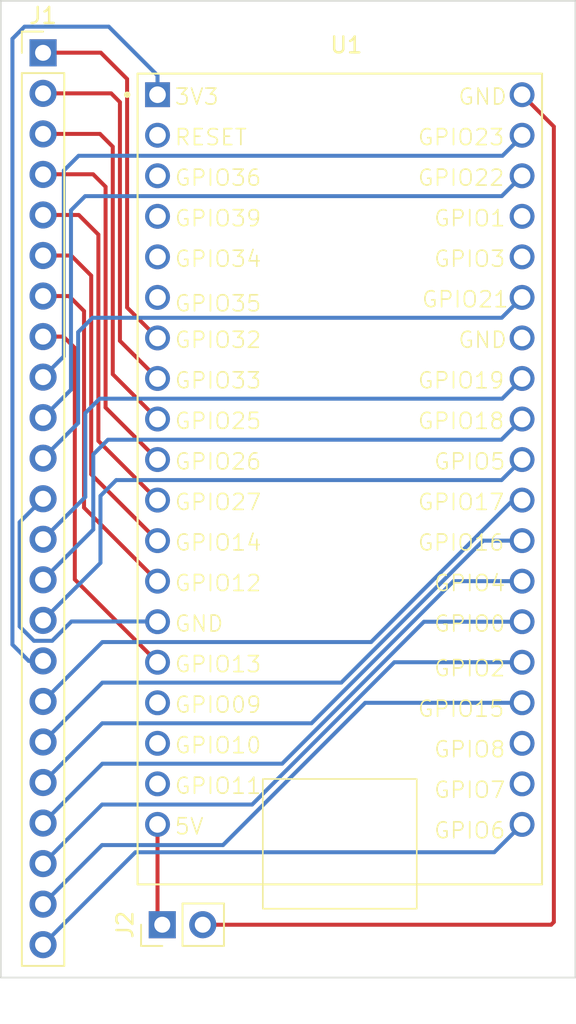
<source format=kicad_pcb>
(kicad_pcb (version 20240108) (generator "pcbnew") (generator_version "8.0")
  (layers (0 "F.Cu" signal) (31 "B.Cu" signal) (34 "B.Paste" user) (35 "F.Paste" user) (36 "B.SilkS" user "B.Silkscreen") (37 "F.SilkS" user "F.Silkscreen") (38 "B.Mask" user) (39 "F.Mask" user) (44 "Edge.Cuts" user))
  (net 0 "")
  (net 1 "Net-(J1-Pin_22)")
  (net 2 "Net-(J1-Pin_21)")
  (net 3 "Net-(J1-Pin_20)")
  (net 4 "Net-(J1-Pin_19)")
  (net 5 "Net-(J1-Pin_18)")
  (net 6 "Net-(J1-Pin_17)")
  (net 7 "Net-(J1-Pin_16)")
  (net 8 "Net-(J1-Pin_15)")
  (net 9 "Net-(J1-Pin_14)")
  (net 10 "Net-(J1-Pin_13)")
  (net 11 "Net-(J1-Pin_12)")
  (net 12 "Net-(J1-Pin_11)")
  (net 13 "Net-(J1-Pin_10)")
  (net 14 "Net-(J1-Pin_9)")
  (net 15 "Net-(J1-Pin_8)")
  (net 16 "Net-(J1-Pin_7)")
  (net 17 "Net-(J1-Pin_6)")
  (net 18 "Net-(J1-Pin_5)")
  (net 19 "Net-(J1-Pin_4)")
  (net 20 "Net-(J1-Pin_3)")
  (net 21 "Net-(J1-Pin_2)")
  (net 23 "Net-(J2-Pin_1)")
  (net 36 "Net-(J2-Pin_2)")
  (net 37 "Net-(J1-Pin_1)")
  (net 38 "Net-(J1-Pin_23)")
  (footprint "Connector_PinHeader_2.54mm:PinHeader_1x02_P2.54mm_Vertical" (layer "F.Cu") (at 119.225 112 90)
    (property "Reference" "J2" (at 0 -2.33 90) (layer "F.SilkS"))
    (property "Value" "Conn_01x02_Pin")
    (fp_line (start -1.33 -1.33) (end 0 -1.33) (stroke (width 0.12)) (layer "F.SilkS"))
    (fp_line (start -1.33 0) (end -1.33 -1.33) (stroke (width 0.12)) (layer "F.SilkS"))
    (fp_line (start 1.33 1.27) (end 1.33 3.87) (stroke (width 0.12)) (layer "F.SilkS"))
    (fp_line (start -1.33 1.27) (end 1.33 1.27) (stroke (width 0.12)) (layer "F.SilkS"))
    (fp_line (start -1.33 1.27) (end -1.33 3.87) (stroke (width 0.12)) (layer "F.SilkS"))
    (fp_line (start -1.33 3.87) (end 1.33 3.87) (stroke (width 0.12)) (layer "F.SilkS"))
    (pad "1" thru_hole rect (at 0 0 90) (size 1.7 1.7) (drill 1) (layers "*.Cu" "*.Mask") (net 23 "Net-(J2-Pin_1)"))
    (pad "2" thru_hole oval (at 0 2.54 90) (size 1.7 1.7) (drill 1) (layers "*.Cu" "*.Mask") (net 36 "Net-(J2-Pin_2)"))
  )
  (footprint "Connector_PinHeader_2.54mm:PinHeader_1x23_P2.54mm_Vertical" (layer "F.Cu") (at 111.75 57.37)
    (property "Reference" "J1" (at 0 -2.33 0) (layer "F.SilkS"))
    (property "Value" "")
    (fp_line (start -1.33 -1.33) (end 0 -1.33) (stroke (width 0.12)) (layer "F.SilkS"))
    (fp_line (start -1.33 0) (end -1.33 -1.33) (stroke (width 0.12)) (layer "F.SilkS"))
    (fp_line (start -1.33 1.27) (end -1.33 57.21) (stroke (width 0.12)) (layer "F.SilkS"))
    (fp_line (start -1.33 1.27) (end 1.33 1.27) (stroke (width 0.12)) (layer "F.SilkS"))
    (fp_line (start -1.33 57.21) (end 1.33 57.21) (stroke (width 0.12)) (layer "F.SilkS"))
    (fp_line (start 1.33 1.27) (end 1.33 57.21) (stroke (width 0.12)) (layer "F.SilkS"))
    (pad "1" thru_hole rect (at 0 0) (size 1.7 1.7) (drill 1) (layers "*.Cu" "*.Mask") (net 37 "Net-(J1-Pin_1)"))
    (pad "2" thru_hole oval (at 0 2.54) (size 1.7 1.7) (drill 1) (layers "*.Cu" "*.Mask") (net 21 "Net-(J1-Pin_2)"))
    (pad "3" thru_hole oval (at 0 5.08) (size 1.7 1.7) (drill 1) (layers "*.Cu" "*.Mask") (net 20 "Net-(J1-Pin_3)"))
    (pad "4" thru_hole oval (at 0 7.62) (size 1.7 1.7) (drill 1) (layers "*.Cu" "*.Mask") (net 19 "Net-(J1-Pin_4)"))
    (pad "5" thru_hole oval (at 0 10.16) (size 1.7 1.7) (drill 1) (layers "*.Cu" "*.Mask") (net 18 "Net-(J1-Pin_5)"))
    (pad "6" thru_hole oval (at 0 12.7) (size 1.7 1.7) (drill 1) (layers "*.Cu" "*.Mask") (net 17 "Net-(J1-Pin_6)"))
    (pad "7" thru_hole oval (at 0 15.24) (size 1.7 1.7) (drill 1) (layers "*.Cu" "*.Mask") (net 16 "Net-(J1-Pin_7)"))
    (pad "8" thru_hole oval (at 0 17.78) (size 1.7 1.7) (drill 1) (layers "*.Cu" "*.Mask") (net 15 "Net-(J1-Pin_8)"))
    (pad "9" thru_hole oval (at 0 20.32) (size 1.7 1.7) (drill 1) (layers "*.Cu" "*.Mask") (net 14 "Net-(J1-Pin_9)"))
    (pad "10" thru_hole oval (at 0 22.86) (size 1.7 1.7) (drill 1) (layers "*.Cu" "*.Mask") (net 13 "Net-(J1-Pin_10)"))
    (pad "11" thru_hole oval (at 0 25.4) (size 1.7 1.7) (drill 1) (layers "*.Cu" "*.Mask") (net 12 "Net-(J1-Pin_11)"))
    (pad "12" thru_hole oval (at 0 27.94) (size 1.7 1.7) (drill 1) (layers "*.Cu" "*.Mask") (net 11 "Net-(J1-Pin_12)"))
    (pad "13" thru_hole oval (at 0 30.48) (size 1.7 1.7) (drill 1) (layers "*.Cu" "*.Mask") (net 10 "Net-(J1-Pin_13)"))
    (pad "14" thru_hole oval (at 0 33.02) (size 1.7 1.7) (drill 1) (layers "*.Cu" "*.Mask") (net 9 "Net-(J1-Pin_14)"))
    (pad "15" thru_hole oval (at 0 35.56) (size 1.7 1.7) (drill 1) (layers "*.Cu" "*.Mask") (net 8 "Net-(J1-Pin_15)"))
    (pad "16" thru_hole oval (at 0 38.1) (size 1.7 1.7) (drill 1) (layers "*.Cu" "*.Mask") (net 7 "Net-(J1-Pin_16)"))
    (pad "17" thru_hole oval (at 0 40.64) (size 1.7 1.7) (drill 1) (layers "*.Cu" "*.Mask") (net 6 "Net-(J1-Pin_17)"))
    (pad "18" thru_hole oval (at 0 43.18) (size 1.7 1.7) (drill 1) (layers "*.Cu" "*.Mask") (net 5 "Net-(J1-Pin_18)"))
    (pad "19" thru_hole oval (at 0 45.72) (size 1.7 1.7) (drill 1) (layers "*.Cu" "*.Mask") (net 4 "Net-(J1-Pin_19)"))
    (pad "20" thru_hole oval (at 0 48.26) (size 1.7 1.7) (drill 1) (layers "*.Cu" "*.Mask") (net 3 "Net-(J1-Pin_20)"))
    (pad "21" thru_hole oval (at 0 50.8) (size 1.7 1.7) (drill 1) (layers "*.Cu" "*.Mask") (net 2 "Net-(J1-Pin_21)"))
    (pad "22" thru_hole oval (at 0 53.34) (size 1.7 1.7) (drill 1) (layers "*.Cu" "*.Mask") (net 1 "Net-(J1-Pin_22)"))
    (pad "23" thru_hole oval (at 0 55.88) (size 1.7 1.7) (drill 1) (layers "*.Cu" "*.Mask") (net 38 "Net-(J1-Pin_23)"))
  )
  (footprint "ESP32 28-pin:MODULE_ESP32-DEVKITC-32D" (layer "F.Cu") (at 131.6275 79.7545)
    (property "Reference" "U1" (at -0.86 -22.87 0) (layer "F.SilkS") (effects (font (size 1.000386 1.000386))))
    (property "Value" "ESP32-DEVKITC-32D" (hide yes))
    (fp_line (start -13.95 -21.082) (end 11.41 -21.082) (stroke (width 0.127)) (layer "F.SilkS"))
    (fp_line (start -13.95 29.718) (end -13.95 -21.082) (stroke (width 0.127)) (layer "F.SilkS"))
    (fp_line (start 11.41 -21.082) (end 11.41 29.718) (stroke (width 0.127)) (layer "F.SilkS"))
    (fp_line (start 11.41 29.718) (end -13.95 29.718) (stroke (width 0.127)) (layer "F.SilkS"))
    (fp_rect (start -6.096 23.114) (end 3.556 31.242) (stroke (width 0.1)) (fill none) (layer "F.SilkS"))
    (fp_circle (center -14.6 -19.76) (end -14.5 -19.76) (stroke (width 0.2)) (fill none) (layer "F.SilkS"))
    (fp_text user "GPIO2" (at 4.572 16.764 0) (layer "F.SilkS") (effects (font (thickness 0.1)) (justify left bottom)))
    (fp_text user "GND" (at 6.096 -3.81 0) (layer "F.SilkS") (effects (font (thickness 0.1)) (justify left bottom)))
    (fp_text user "GPIO25" (at -11.684 1.27 0) (layer "F.SilkS") (effects (font (thickness 0.1)) (justify left bottom)))
    (fp_text user "GPIO35" (at -11.684 -6.096 0) (layer "F.SilkS") (effects (font (thickness 0.1)) (justify left bottom)))
    (fp_text user "GPIO39" (at -11.684 -11.43 0) (layer "F.SilkS") (effects (font (thickness 0.1)) (justify left bottom)))
    (fp_text user "GPIO09" (at -11.684 19.05 0) (layer "F.SilkS") (effects (font (thickness 0.1)) (justify left bottom)))
    (fp_text user "GPIO26" (at -11.684 3.81 0) (layer "F.SilkS") (effects (font (thickness 0.1)) (justify left bottom)))
    (fp_text user "GPIO12" (at -11.684 11.43 0) (layer "F.SilkS") (effects (font (thickness 0.1)) (justify left bottom)))
    (fp_text user "GND" (at -11.684 13.97 0) (layer "F.SilkS") (effects (font (thickness 0.1)) (justify left bottom)))
    (fp_text user "GPIO10" (at -11.684 21.59 0) (layer "F.SilkS") (effects (font (thickness 0.1)) (justify left bottom)))
    (fp_text user "GPIO22" (at 3.556 -13.97 0) (layer "F.SilkS") (effects (font (thickness 0.1)) (justify left bottom)))
    (fp_text user "GPIO4" (at 4.572 11.43 0) (layer "F.SilkS") (effects (font (thickness 0.1)) (justify left bottom)))
    (fp_text user "GPIO6" (at 4.572 26.924 0) (layer "F.SilkS") (effects (font (thickness 0.1)) (justify left bottom)))
    (fp_text user "GPIO34" (at -11.684 -8.89 0) (layer "F.SilkS") (effects (font (thickness 0.1)) (justify left bottom)))
    (fp_text user "GPIO17" (at 3.556 6.35 0) (layer "F.SilkS") (effects (font (thickness 0.1)) (justify left bottom)))
    (fp_text user "GPIO0" (at 4.572 13.97 0) (layer "F.SilkS") (effects (font (thickness 0.1)) (justify left bottom)))
    (fp_text user "GPIO15" (at 3.556 19.304 0) (layer "F.SilkS") (effects (font (thickness 0.1)) (justify left bottom)))
    (fp_text user "GPIO5" (at 4.572 3.81 0) (layer "F.SilkS") (effects (font (thickness 0.1)) (justify left bottom)))
    (fp_text user "GPIO11" (at -11.684 24.13 0) (layer "F.SilkS") (effects (font (thickness 0.1)) (justify left bottom)))
    (fp_text user "GPIO18" (at 3.556 1.27 0) (layer "F.SilkS") (effects (font (thickness 0.1)) (justify left bottom)))
    (fp_text user "GPIO23" (at 3.556 -16.51 0) (layer "F.SilkS") (effects (font (thickness 0.1)) (justify left bottom)))
    (fp_text user "GPIO33" (at -11.684 -1.27 0) (layer "F.SilkS") (effects (font (thickness 0.1)) (justify left bottom)))
    (fp_text user "GPIO14" (at -11.684 8.89 0) (layer "F.SilkS") (effects (font (thickness 0.1)) (justify left bottom)))
    (fp_text user "GPIO3" (at 4.572 -8.89 0) (layer "F.SilkS") (effects (font (thickness 0.1)) (justify left bottom)))
    (fp_text user "GPIO1" (at 4.572 -11.43 0) (layer "F.SilkS") (effects (font (thickness 0.1)) (justify left bottom)))
    (fp_text user "GPIO7" (at 4.572 24.384 0) (layer "F.SilkS") (effects (font (thickness 0.1)) (justify left bottom)))
    (fp_text user "5V" (at -11.684 26.67 0) (layer "F.SilkS") (effects (font (thickness 0.1)) (justify left bottom)))
    (fp_text user "GPIO19" (at 3.556 -1.27 0) (layer "F.SilkS") (effects (font (thickness 0.1)) (justify left bottom)))
    (fp_text user "RESET" (at -11.684 -16.51 0) (layer "F.SilkS") (effects (font (thickness 0.1)) (justify left bottom)))
    (fp_text user "GPIO27" (at -11.684 6.35 0) (layer "F.SilkS") (effects (font (thickness 0.1)) (justify left bottom)))
    (fp_text user "GPIO21" (at 3.81 -6.35 0) (layer "F.SilkS") (effects (font (thickness 0.1)) (justify left bottom)))
    (fp_text user "GPIO13" (at -11.684 16.51 0) (layer "F.SilkS") (effects (font (thickness 0.1)) (justify left bottom)))
    (fp_text user "GPIO16" (at 3.556 8.89 0) (layer "F.SilkS") (effects (font (thickness 0.1)) (justify left bottom)))
    (fp_text user "GPIO32" (at -11.684 -3.81 0) (layer "F.SilkS") (effects (font (thickness 0.1)) (justify left bottom)))
    (fp_text user "GPIO8" (at 4.572 21.844 0) (layer "F.SilkS") (effects (font (thickness 0.1)) (justify left bottom)))
    (fp_text user "GND" (at 6.096 -19.05 0) (layer "F.SilkS") (effects (font (thickness 0.1)) (justify left bottom)))
    (fp_text user "3V3" (at -11.684 -19.05 0) (layer "F.SilkS") (effects (font (thickness 0.1)) (justify left bottom)))
    (fp_text user "GPIO36" (at -11.684 -13.97 0) (layer "F.SilkS") (effects (font (thickness 0.1)) (justify left bottom)))
    (pad "J2-1" thru_hole rect (at -12.7 -19.76) (size 1.56 1.56) (drill 1.04) (layers "*.Cu" "*.Mask") (net 7 "Net-(J1-Pin_16)"))
    (pad "J2-2" thru_hole circle (at -12.7 -17.22) (size 1.56 1.56) (drill 1.04) (layers "*.Cu" "*.Mask"))
    (pad "J2-3" thru_hole circle (at -12.7 -14.68) (size 1.56 1.56) (drill 1.04) (layers "*.Cu" "*.Mask"))
    (pad "J2-4" thru_hole circle (at -12.7 -12.14) (size 1.56 1.56) (drill 1.04) (layers "*.Cu" "*.Mask"))
    (pad "J2-5" thru_hole circle (at -12.7 -9.6) (size 1.56 1.56) (drill 1.04) (layers "*.Cu" "*.Mask"))
    (pad "J2-6" thru_hole circle (at -12.7 -7.06) (size 1.56 1.56) (drill 1.04) (layers "*.Cu" "*.Mask"))
    (pad "J2-7" thru_hole circle (at -12.7 -4.52) (size 1.56 1.56) (drill 1.04) (layers "*.Cu" "*.Mask") (net 37 "Net-(J1-Pin_1)"))
    (pad "J2-8" thru_hole circle (at -12.7 -1.98) (size 1.56 1.56) (drill 1.04) (layers "*.Cu" "*.Mask") (net 21 "Net-(J1-Pin_2)"))
    (pad "J2-9" thru_hole circle (at -12.7 0.56) (size 1.56 1.56) (drill 1.04) (layers "*.Cu" "*.Mask") (net 20 "Net-(J1-Pin_3)"))
    (pad "J2-10" thru_hole circle (at -12.7 3.1) (size 1.56 1.56) (drill 1.04) (layers "*.Cu" "*.Mask") (net 19 "Net-(J1-Pin_4)"))
    (pad "J2-11" thru_hole circle (at -12.7 5.64) (size 1.56 1.56) (drill 1.04) (layers "*.Cu" "*.Mask") (net 18 "Net-(J1-Pin_5)"))
    (pad "J2-12" thru_hole circle (at -12.7 8.18) (size 1.56 1.56) (drill 1.04) (layers "*.Cu" "*.Mask") (net 17 "Net-(J1-Pin_6)"))
    (pad "J2-13" thru_hole circle (at -12.7 10.72) (size 1.56 1.56) (drill 1.04) (layers "*.Cu" "*.Mask") (net 16 "Net-(J1-Pin_7)"))
    (pad "J2-14" thru_hole circle (at -12.7 13.26) (size 1.56 1.56) (drill 1.04) (layers "*.Cu" "*.Mask") (net 11 "Net-(J1-Pin_12)"))
    (pad "J2-15" thru_hole circle (at -12.7 15.8) (size 1.56 1.56) (drill 1.04) (layers "*.Cu" "*.Mask") (net 15 "Net-(J1-Pin_8)"))
    (pad "J2-16" thru_hole circle (at -12.7 18.34) (size 1.56 1.56) (drill 1.04) (layers "*.Cu" "*.Mask"))
    (pad "J2-17" thru_hole circle (at -12.7 20.88) (size 1.56 1.56) (drill 1.04) (layers "*.Cu" "*.Mask"))
    (pad "J2-18" thru_hole circle (at -12.7 23.42) (size 1.56 1.56) (drill 1.04) (layers "*.Cu" "*.Mask"))
    (pad "J2-19" thru_hole circle (at -12.7 25.96) (size 1.56 1.56) (drill 1.04) (layers "*.Cu" "*.Mask") (net 23 "Net-(J2-Pin_1)"))
    (pad "J3-1" thru_hole circle (at 10.16 -19.76) (size 1.56 1.56) (drill 1.04) (layers "*.Cu" "*.Mask") (net 36 "Net-(J2-Pin_2)"))
    (pad "J3-2" thru_hole circle (at 10.16 -17.22) (size 1.56 1.56) (drill 1.04) (layers "*.Cu" "*.Mask") (net 14 "Net-(J1-Pin_9)"))
    (pad "J3-3" thru_hole circle (at 10.16 -14.68) (size 1.56 1.56) (drill 1.04) (layers "*.Cu" "*.Mask") (net 13 "Net-(J1-Pin_10)"))
    (pad "J3-4" thru_hole circle (at 10.16 -12.14) (size 1.56 1.56) (drill 1.04) (layers "*.Cu" "*.Mask"))
    (pad "J3-5" thru_hole circle (at 10.16 -9.6) (size 1.56 1.56) (drill 1.04) (layers "*.Cu" "*.Mask"))
    (pad "J3-6" thru_hole circle (at 10.16 -7.06) (size 1.56 1.56) (drill 1.04) (layers "*.Cu" "*.Mask") (net 12 "Net-(J1-Pin_11)"))
    (pad "J3-7" thru_hole circle (at 10.16 -4.52) (size 1.56 1.56) (drill 1.04) (layers "*.Cu" "*.Mask"))
    (pad "J3-8" thru_hole circle (at 10.16 -1.98) (size 1.56 1.56) (drill 1.04) (layers "*.Cu" "*.Mask") (net 10 "Net-(J1-Pin_13)"))
    (pad "J3-9" thru_hole circle (at 10.16 0.56) (size 1.56 1.56) (drill 1.04) (layers "*.Cu" "*.Mask") (net 9 "Net-(J1-Pin_14)"))
    (pad "J3-10" thru_hole circle (at 10.16 3.1) (size 1.56 1.56) (drill 1.04) (layers "*.Cu" "*.Mask") (net 8 "Net-(J1-Pin_15)"))
    (pad "J3-11" thru_hole circle (at 10.16 5.64) (size 1.56 1.56) (drill 1.04) (layers "*.Cu" "*.Mask") (net 6 "Net-(J1-Pin_17)"))
    (pad "J3-12" thru_hole circle (at 10.16 8.18) (size 1.56 1.56) (drill 1.04) (layers "*.Cu" "*.Mask") (net 5 "Net-(J1-Pin_18)"))
    (pad "J3-13" thru_hole circle (at 10.16 10.72) (size 1.56 1.56) (drill 1.04) (layers "*.Cu" "*.Mask") (net 4 "Net-(J1-Pin_19)"))
    (pad "J3-14" thru_hole circle (at 10.16 13.26) (size 1.56 1.56) (drill 1.04) (layers "*.Cu" "*.Mask") (net 3 "Net-(J1-Pin_20)"))
    (pad "J3-15" thru_hole circle (at 10.16 15.8) (size 1.56 1.56) (drill 1.04) (layers "*.Cu" "*.Mask") (net 2 "Net-(J1-Pin_21)"))
    (pad "J3-16" thru_hole circle (at 10.16 18.34) (size 1.56 1.56) (drill 1.04) (layers "*.Cu" "*.Mask") (net 1 "Net-(J1-Pin_22)"))
    (pad "J3-17" thru_hole circle (at 10.16 20.88) (size 1.56 1.56) (drill 1.04) (layers "*.Cu" "*.Mask"))
    (pad "J3-18" thru_hole circle (at 10.16 23.42) (size 1.56 1.56) (drill 1.04) (layers "*.Cu" "*.Mask"))
    (pad "J3-19" thru_hole circle (at 10.16 25.96) (size 1.56 1.56) (drill 1.04) (layers "*.Cu" "*.Mask") (net 38 "Net-(J1-Pin_23)"))
  )
  (gr_rect (start 109.1 54.11) (end 145.13 115.31) (stroke (width 0.1)) (fill none) (layer "Edge.Cuts"))
  (segment (start 111.75 110.71) (end 115.45 107.01) (width 0.25) (layer "B.Cu") (net 1))
  (segment (start 123.035 107.01) (end 131.9505 98.0945) (width 0.25) (layer "B.Cu") (net 1))
  (segment (start 131.9505 98.0945) (end 141.7875 98.0945) (width 0.25) (layer "B.Cu") (net 1))
  (segment (start 115.45 107.01) (end 123.035 107.01) (width 0.25) (layer "B.Cu") (net 1))
  (segment (start 124.86 104.47) (end 133.7755 95.5545) (width 0.25) (layer "B.Cu") (net 2))
  (segment (start 111.75 108.17) (end 115.45 104.47) (width 0.25) (layer "B.Cu") (net 2))
  (segment (start 115.45 104.47) (end 124.86 104.47) (width 0.25) (layer "B.Cu") (net 2))
  (segment (start 133.7755 95.5545) (end 141.7875 95.5545) (width 0.25) (layer "B.Cu") (net 2))
  (segment (start 135.6355 93.0145) (end 141.7875 93.0145) (width 0.25) (layer "B.Cu") (net 3))
  (segment (start 111.75 105.63) (end 115.47 101.91) (width 0.25) (layer "B.Cu") (net 3))
  (segment (start 115.47 101.91) (end 126.74 101.91) (width 0.25) (layer "B.Cu") (net 3))
  (segment (start 126.74 101.91) (end 135.6355 93.0145) (width 0.25) (layer "B.Cu") (net 3))
  (segment (start 115.46 99.38) (end 128.58 99.38) (width 0.25) (layer "B.Cu") (net 4))
  (segment (start 128.58 99.38) (end 137.4855 90.4745) (width 0.25) (layer "B.Cu") (net 4))
  (segment (start 111.75 103.09) (end 115.46 99.38) (width 0.25) (layer "B.Cu") (net 4))
  (segment (start 137.4855 90.4745) (end 141.7875 90.4745) (width 0.25) (layer "B.Cu") (net 4))
  (segment (start 139.3455 87.9345) (end 141.7875 87.9345) (width 0.25) (layer "B.Cu") (net 5))
  (segment (start 130.45 96.83) (end 139.3455 87.9345) (width 0.25) (layer "B.Cu") (net 5))
  (segment (start 111.75 100.55) (end 115.47 96.83) (width 0.25) (layer "B.Cu") (net 5))
  (segment (start 115.47 96.83) (end 130.45 96.83) (width 0.25) (layer "B.Cu") (net 5))
  (segment (start 132.32 94.29) (end 141.2155 85.3945) (width 0.25) (layer "B.Cu") (net 6))
  (segment (start 141.2155 85.3945) (end 141.7875 85.3945) (width 0.25) (layer "B.Cu") (net 6))
  (segment (start 111.75 98.01) (end 115.47 94.29) (width 0.25) (layer "B.Cu") (net 6))
  (segment (start 115.47 94.29) (end 132.32 94.29) (width 0.25) (layer "B.Cu") (net 6))
  (segment (start 109.83 94.45) (end 109.83 56.49) (width 0.25) (layer "B.Cu") (net 7))
  (segment (start 110.85 95.47) (end 111.75 95.47) (width 0.25) (layer "B.Cu") (net 7))
  (segment (start 110.85 95.47) (end 109.83 94.45) (width 0.25) (layer "B.Cu") (net 7))
  (segment (start 115.87 55.73) (end 118.9275 58.7875) (width 0.25) (layer "B.Cu") (net 7))
  (segment (start 109.83 56.49) (end 110.59 55.73) (width 0.25) (layer "B.Cu") (net 7))
  (segment (start 118.9275 58.7875) (end 118.9275 59.9945) (width 0.25) (layer "B.Cu") (net 7))
  (segment (start 110.59 55.73) (end 115.87 55.73) (width 0.25) (layer "B.Cu") (net 7))
  (segment (start 140.502 84.14) (end 141.7875 82.8545) (width 0.25) (layer "B.Cu") (net 8))
  (segment (start 115.35 85.13) (end 116.34 84.14) (width 0.25) (layer "B.Cu") (net 8))
  (segment (start 111.75 92.93) (end 115.35 89.33) (width 0.25) (layer "B.Cu") (net 8))
  (segment (start 115.35 89.33) (end 115.35 85.13) (width 0.25) (layer "B.Cu") (net 8))
  (segment (start 116.34 84.14) (end 140.502 84.14) (width 0.25) (layer "B.Cu") (net 8))
  (segment (start 111.75 90.39) (end 114.9 87.24) (width 0.25) (layer "B.Cu") (net 9))
  (segment (start 114.9 87.24) (end 114.9 82.53) (width 0.25) (layer "B.Cu") (net 9))
  (segment (start 114.9 82.53) (end 115.82 81.61) (width 0.25) (layer "B.Cu") (net 9))
  (segment (start 140.492 81.61) (end 141.7875 80.3145) (width 0.25) (layer "B.Cu") (net 9))
  (segment (start 115.82 81.61) (end 140.492 81.61) (width 0.25) (layer "B.Cu") (net 9))
  (segment (start 115.3 79.04) (end 140.54 79.04) (width 0.25) (layer "B.Cu") (net 10))
  (segment (start 140.54 79.04) (end 141.8055 77.7745) (width 0.25) (layer "B.Cu") (net 10))
  (segment (start 114.4 79.94) (end 115.3 79.04) (width 0.25) (layer "B.Cu") (net 10))
  (segment (start 114.4 85.2) (end 114.4 79.94) (width 0.25) (layer "B.Cu") (net 10))
  (segment (start 111.75 87.85) (end 114.4 85.2) (width 0.25) (layer "B.Cu") (net 10))
  (segment (start 118.913 93) (end 118.9275 93.0145) (width 0.25) (layer "B.Cu") (net 11))
  (segment (start 110.28 93.31) (end 111.18 94.21) (width 0.25) (layer "B.Cu") (net 11))
  (segment (start 110.28 86.78) (end 111.75 85.31) (width 0.25) (layer "B.Cu") (net 11))
  (segment (start 112.32 94.21) (end 113.53 93) (width 0.25) (layer "B.Cu") (net 11))
  (segment (start 113.53 93) (end 118.913 93) (width 0.25) (layer "B.Cu") (net 11))
  (segment (start 110.28 86.78) (end 110.28 93.31) (width 0.25) (layer "B.Cu") (net 11))
  (segment (start 111.18 94.21) (end 112.32 94.21) (width 0.25) (layer "B.Cu") (net 11))
  (segment (start 140.512 73.97) (end 141.7875 72.6945) (width 0.25) (layer "B.Cu") (net 12))
  (segment (start 111.75 82.77) (end 113.95 80.57) (width 0.25) (layer "B.Cu") (net 12))
  (segment (start 113.95 74.87) (end 114.85 73.97) (width 0.25) (layer "B.Cu") (net 12))
  (segment (start 114.85 73.97) (end 140.512 73.97) (width 0.25) (layer "B.Cu") (net 12))
  (segment (start 113.95 80.57) (end 113.95 74.87) (width 0.25) (layer "B.Cu") (net 12))
  (segment (start 113.5 67.24) (end 114.39 66.35) (width 0.25) (layer "B.Cu") (net 13))
  (segment (start 114.39 66.35) (end 140.512 66.35) (width 0.25) (layer "B.Cu") (net 13))
  (segment (start 113.5 78.48) (end 113.5 67.24) (width 0.25) (layer "B.Cu") (net 13))
  (segment (start 140.512 66.35) (end 141.7875 65.0745) (width 0.25) (layer "B.Cu") (net 13))
  (segment (start 111.75 80.23) (end 113.5 78.48) (width 0.25) (layer "B.Cu") (net 13))
  (segment (start 111.75 77.69) (end 113.05 76.39) (width 0.25) (layer "B.Cu") (net 14))
  (segment (start 113.05 64.75) (end 113.98 63.82) (width 0.25) (layer "B.Cu") (net 14))
  (segment (start 113.05 76.39) (end 113.05 64.75) (width 0.25) (layer "B.Cu") (net 14))
  (segment (start 140.56 63.82) (end 141.8455 62.5345) (width 0.25) (layer "B.Cu") (net 14))
  (segment (start 113.98 63.82) (end 140.56 63.82) (width 0.25) (layer "B.Cu") (net 14))
  (segment (start 113.74 90.367) (end 118.9275 95.5545) (width 0.25) (layer "F.Cu") (net 15))
  (segment (start 113.74 75.86) (end 113.74 90.367) (width 0.25) (layer "F.Cu") (net 15))
  (segment (start 113.03 75.15) (end 113.74 75.86) (width 0.25) (layer "F.Cu") (net 15))
  (segment (start 111.75 75.15) (end 113.03 75.15) (width 0.25) (layer "F.Cu") (net 15))
  (segment (start 114.32 85.867) (end 118.9275 90.4745) (width 0.25) (layer "F.Cu") (net 16))
  (segment (start 111.75 72.61) (end 113.38 72.61) (width 0.25) (layer "F.Cu") (net 16))
  (segment (start 114.32 73.55) (end 114.32 85.867) (width 0.25) (layer "F.Cu") (net 16))
  (segment (start 113.38 72.61) (end 114.32 73.55) (width 0.25) (layer "F.Cu") (net 16))
  (segment (start 114.77 71.33) (end 114.77 83.777) (width 0.25) (layer "F.Cu") (net 17))
  (segment (start 111.75 70.07) (end 113.51 70.07) (width 0.25) (layer "F.Cu") (net 17))
  (segment (start 114.77 83.777) (end 118.9275 87.9345) (width 0.25) (layer "F.Cu") (net 17))
  (segment (start 113.51 70.07) (end 114.77 71.33) (width 0.25) (layer "F.Cu") (net 17))
  (segment (start 111.75 67.53) (end 113.99 67.53) (width 0.25) (layer "F.Cu") (net 18))
  (segment (start 115.22 81.687) (end 118.9275 85.3945) (width 0.25) (layer "F.Cu") (net 18))
  (segment (start 115.22 68.76) (end 115.22 81.687) (width 0.25) (layer "F.Cu") (net 18))
  (segment (start 113.99 67.53) (end 115.22 68.76) (width 0.25) (layer "F.Cu") (net 18))
  (segment (start 111.76 64.98) (end 114.89 64.98) (width 0.25) (layer "F.Cu") (net 19))
  (segment (start 115.67 79.597) (end 118.9275 82.8545) (width 0.25) (layer "F.Cu") (net 19))
  (segment (start 111.75 64.99) (end 111.76 64.98) (width 0.25) (layer "F.Cu") (net 19))
  (segment (start 114.89 64.98) (end 115.67 65.76) (width 0.25) (layer "F.Cu") (net 19))
  (segment (start 115.67 65.76) (end 115.67 79.597) (width 0.25) (layer "F.Cu") (net 19))
  (segment (start 116.12 77.507) (end 118.9275 80.3145) (width 0.25) (layer "F.Cu") (net 20))
  (segment (start 111.75 62.45) (end 115.32 62.45) (width 0.25) (layer "F.Cu") (net 20))
  (segment (start 115.32 62.45) (end 116.12 63.25) (width 0.25) (layer "F.Cu") (net 20))
  (segment (start 116.12 63.25) (end 116.12 77.507) (width 0.25) (layer "F.Cu") (net 20))
  (segment (start 116.57 60.46) (end 116.57 75.417) (width 0.25) (layer "F.Cu") (net 21))
  (segment (start 116.57 75.417) (end 118.9275 77.7745) (width 0.25) (layer "F.Cu") (net 21))
  (segment (start 111.75 59.91) (end 116.02 59.91) (width 0.25) (layer "F.Cu") (net 21))
  (segment (start 116.02 59.91) (end 116.57 60.46) (width 0.25) (layer "F.Cu") (net 21))
  (segment (start 118.9275 105.7145) (end 118.905 105.737) (width 0.25) (layer "F.Cu") (net 23))
  (segment (start 118.9275 111.7025) (end 119.225 112) (width 0.25) (layer "F.Cu") (net 23))
  (segment (start 118.9275 105.7145) (end 118.9275 111.7025) (width 0.25) (layer "F.Cu") (net 23))
  (segment (start 141.7875 59.9945) (end 141.7875 59.9975) (width 0.25) (layer "F.Cu") (net 36))
  (segment (start 141.7875 59.9975) (end 143.78 61.99) (width 0.25) (layer "F.Cu") (net 36))
  (segment (start 143.78 111.83) (end 143.61 112) (width 0.25) (layer "F.Cu") (net 36))
  (segment (start 143.78 61.99) (end 143.78 111.83) (width 0.25) (layer "F.Cu") (net 36))
  (segment (start 143.61 112) (end 121.765 112) (width 0.25) (layer "F.Cu") (net 36))
  (segment (start 117.02 59.01) (end 117.02 73.327) (width 0.25) (layer "F.Cu") (net 37))
  (segment (start 115.37 57.36) (end 117.02 59.01) (width 0.25) (layer "F.Cu") (net 37))
  (segment (start 117.02 73.327) (end 118.9275 75.2345) (width 0.25) (layer "F.Cu") (net 37))
  (segment (start 111.75 57.37) (end 111.76 57.36) (width 0.25) (layer "F.Cu") (net 37))
  (segment (start 111.76 57.36) (end 115.37 57.36) (width 0.25) (layer "F.Cu") (net 37))
  (segment (start 140.042 107.46) (end 141.7875 105.7145) (width 0.25) (layer "B.Cu") (net 38))
  (segment (start 117.54 107.46) (end 140.042 107.46) (width 0.25) (layer "B.Cu") (net 38))
  (segment (start 111.75 113.25) (end 117.54 107.46) (width 0.25) (layer "B.Cu") (net 38))
)
</source>
